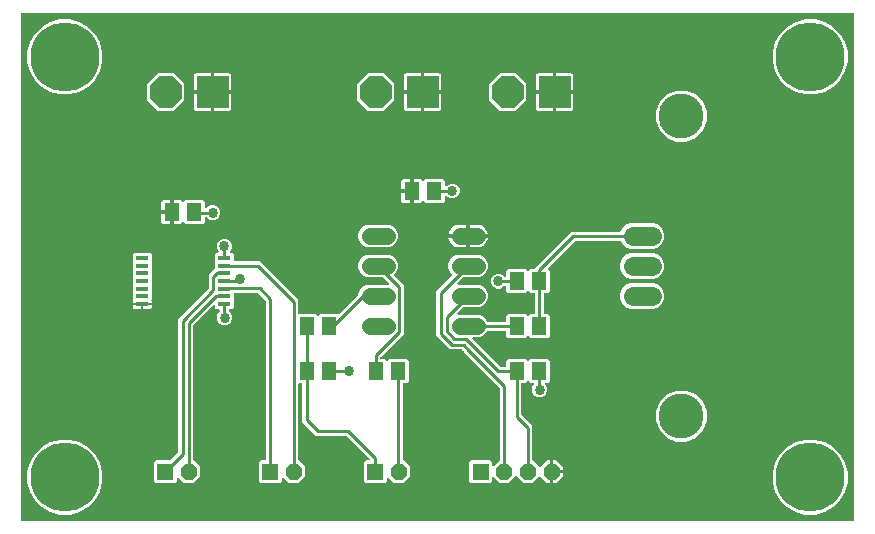
<source format=gbr>
G04 EAGLE Gerber RS-274X export*
G75*
%MOMM*%
%FSLAX34Y34*%
%LPD*%
%INTop Copper*%
%IPPOS*%
%AMOC8*
5,1,8,0,0,1.08239X$1,22.5*%
G01*
%ADD10C,1.422400*%
%ADD11R,1.100000X0.400000*%
%ADD12R,2.667000X2.667000*%
%ADD13P,2.886734X8X292.500000*%
%ADD14R,1.422400X1.422400*%
%ADD15P,1.539592X8X112.500000*%
%ADD16C,1.625600*%
%ADD17R,1.300000X1.500000*%
%ADD18C,5.842000*%
%ADD19C,1.009600*%
%ADD20C,3.810000*%
%ADD21C,0.254000*%
%ADD22C,0.858000*%

G36*
X707464Y2798D02*
X707464Y2798D01*
X707483Y2796D01*
X707585Y2818D01*
X707687Y2834D01*
X707704Y2844D01*
X707724Y2848D01*
X707813Y2901D01*
X707904Y2950D01*
X707918Y2964D01*
X707935Y2974D01*
X708002Y3053D01*
X708074Y3128D01*
X708082Y3146D01*
X708095Y3161D01*
X708134Y3257D01*
X708177Y3351D01*
X708179Y3371D01*
X708187Y3389D01*
X708205Y3556D01*
X708205Y432444D01*
X708202Y432464D01*
X708204Y432483D01*
X708182Y432585D01*
X708166Y432687D01*
X708156Y432704D01*
X708152Y432724D01*
X708099Y432813D01*
X708050Y432904D01*
X708036Y432918D01*
X708026Y432935D01*
X707947Y433002D01*
X707872Y433074D01*
X707854Y433082D01*
X707839Y433095D01*
X707743Y433134D01*
X707649Y433177D01*
X707629Y433179D01*
X707611Y433187D01*
X707444Y433205D01*
X3556Y433205D01*
X3536Y433202D01*
X3517Y433204D01*
X3415Y433182D01*
X3313Y433166D01*
X3296Y433156D01*
X3276Y433152D01*
X3187Y433099D01*
X3096Y433050D01*
X3082Y433036D01*
X3065Y433026D01*
X2998Y432947D01*
X2926Y432872D01*
X2918Y432854D01*
X2905Y432839D01*
X2866Y432743D01*
X2823Y432649D01*
X2821Y432629D01*
X2813Y432611D01*
X2795Y432444D01*
X2795Y3556D01*
X2798Y3536D01*
X2796Y3517D01*
X2818Y3415D01*
X2834Y3313D01*
X2844Y3296D01*
X2848Y3276D01*
X2901Y3187D01*
X2950Y3096D01*
X2964Y3082D01*
X2974Y3065D01*
X3053Y2998D01*
X3128Y2926D01*
X3146Y2918D01*
X3161Y2905D01*
X3257Y2866D01*
X3351Y2823D01*
X3371Y2821D01*
X3389Y2813D01*
X3556Y2795D01*
X707444Y2795D01*
X707464Y2798D01*
G37*
%LPC*%
G36*
X116956Y35257D02*
X116956Y35257D01*
X115467Y36746D01*
X115467Y53074D01*
X116956Y54563D01*
X129068Y54563D01*
X129158Y54577D01*
X129249Y54585D01*
X129279Y54597D01*
X129311Y54602D01*
X129392Y54645D01*
X129476Y54681D01*
X129508Y54707D01*
X129528Y54718D01*
X129551Y54741D01*
X129606Y54786D01*
X136006Y61186D01*
X136059Y61259D01*
X136119Y61329D01*
X136131Y61359D01*
X136150Y61385D01*
X136177Y61472D01*
X136211Y61557D01*
X136215Y61598D01*
X136222Y61620D01*
X136221Y61653D01*
X136229Y61724D01*
X136229Y174203D01*
X161606Y199580D01*
X161659Y199654D01*
X161719Y199723D01*
X161731Y199753D01*
X161750Y199780D01*
X161777Y199866D01*
X161811Y199951D01*
X161815Y199992D01*
X161822Y200015D01*
X161821Y200047D01*
X161829Y200118D01*
X161829Y211357D01*
X166686Y216214D01*
X166739Y216288D01*
X166799Y216357D01*
X166811Y216387D01*
X166830Y216413D01*
X166857Y216500D01*
X166891Y216585D01*
X166895Y216626D01*
X166902Y216648D01*
X166901Y216681D01*
X166909Y216752D01*
X166909Y228752D01*
X168398Y230241D01*
X169642Y230241D01*
X169712Y230252D01*
X169784Y230254D01*
X169833Y230272D01*
X169885Y230280D01*
X169948Y230314D01*
X170015Y230339D01*
X170056Y230371D01*
X170102Y230396D01*
X170151Y230447D01*
X170207Y230492D01*
X170235Y230536D01*
X170271Y230574D01*
X170301Y230639D01*
X170340Y230699D01*
X170353Y230750D01*
X170375Y230797D01*
X170383Y230868D01*
X170400Y230938D01*
X170396Y230990D01*
X170402Y231041D01*
X170387Y231112D01*
X170381Y231183D01*
X170361Y231231D01*
X170350Y231282D01*
X170313Y231343D01*
X170285Y231409D01*
X170240Y231465D01*
X170224Y231493D01*
X170206Y231508D01*
X170180Y231540D01*
X169638Y232082D01*
X168675Y234406D01*
X168675Y236922D01*
X169638Y239246D01*
X171416Y241024D01*
X173740Y241987D01*
X176256Y241987D01*
X178580Y241024D01*
X180358Y239246D01*
X181321Y236922D01*
X181321Y234406D01*
X180358Y232082D01*
X179816Y231540D01*
X179774Y231482D01*
X179725Y231430D01*
X179703Y231383D01*
X179672Y231341D01*
X179651Y231272D01*
X179621Y231207D01*
X179615Y231155D01*
X179600Y231105D01*
X179602Y231034D01*
X179594Y230963D01*
X179605Y230912D01*
X179606Y230860D01*
X179631Y230792D01*
X179646Y230722D01*
X179673Y230677D01*
X179691Y230629D01*
X179736Y230573D01*
X179772Y230511D01*
X179812Y230477D01*
X179845Y230437D01*
X179905Y230398D01*
X179959Y230351D01*
X180008Y230332D01*
X180051Y230304D01*
X180121Y230286D01*
X180188Y230259D01*
X180259Y230251D01*
X180290Y230243D01*
X180313Y230245D01*
X180354Y230241D01*
X181502Y230241D01*
X182991Y228752D01*
X182991Y223772D01*
X182994Y223752D01*
X182992Y223733D01*
X183014Y223631D01*
X183030Y223529D01*
X183040Y223512D01*
X183044Y223492D01*
X183097Y223403D01*
X183146Y223312D01*
X183160Y223298D01*
X183170Y223281D01*
X183249Y223214D01*
X183324Y223142D01*
X183342Y223134D01*
X183357Y223121D01*
X183453Y223082D01*
X183547Y223039D01*
X183567Y223037D01*
X183585Y223029D01*
X183752Y223011D01*
X204978Y223011D01*
X237831Y190158D01*
X237831Y178902D01*
X237834Y178882D01*
X237832Y178863D01*
X237854Y178761D01*
X237870Y178659D01*
X237880Y178642D01*
X237884Y178622D01*
X237937Y178533D01*
X237986Y178442D01*
X238000Y178428D01*
X238010Y178411D01*
X238089Y178344D01*
X238164Y178272D01*
X238182Y178264D01*
X238197Y178251D01*
X238293Y178212D01*
X238387Y178169D01*
X238407Y178167D01*
X238425Y178159D01*
X238592Y178141D01*
X252552Y178141D01*
X253962Y176731D01*
X253978Y176720D01*
X253990Y176704D01*
X254078Y176648D01*
X254161Y176588D01*
X254180Y176582D01*
X254197Y176571D01*
X254298Y176546D01*
X254397Y176516D01*
X254416Y176516D01*
X254436Y176511D01*
X254539Y176519D01*
X254642Y176522D01*
X254661Y176529D01*
X254681Y176530D01*
X254776Y176571D01*
X254873Y176606D01*
X254889Y176619D01*
X254907Y176627D01*
X255038Y176731D01*
X256448Y178141D01*
X271536Y178141D01*
X271626Y178155D01*
X271717Y178163D01*
X271747Y178175D01*
X271779Y178180D01*
X271860Y178223D01*
X271944Y178259D01*
X271976Y178285D01*
X271996Y178296D01*
X272019Y178319D01*
X272075Y178364D01*
X288312Y194602D01*
X288365Y194675D01*
X288425Y194745D01*
X288437Y194775D01*
X288456Y194801D01*
X288483Y194888D01*
X288517Y194973D01*
X288521Y195014D01*
X288528Y195036D01*
X288527Y195069D01*
X288535Y195140D01*
X288535Y195420D01*
X290005Y198968D01*
X292720Y201683D01*
X296268Y203153D01*
X313820Y203153D01*
X313891Y203164D01*
X313963Y203166D01*
X314012Y203184D01*
X314063Y203192D01*
X314126Y203226D01*
X314194Y203251D01*
X314234Y203283D01*
X314280Y203308D01*
X314330Y203360D01*
X314386Y203404D01*
X314414Y203448D01*
X314450Y203486D01*
X314480Y203551D01*
X314519Y203611D01*
X314531Y203662D01*
X314553Y203709D01*
X314561Y203780D01*
X314579Y203850D01*
X314575Y203902D01*
X314580Y203953D01*
X314565Y204024D01*
X314560Y204095D01*
X314539Y204143D01*
X314528Y204194D01*
X314491Y204255D01*
X314463Y204321D01*
X314419Y204377D01*
X314402Y204405D01*
X314384Y204420D01*
X314359Y204452D01*
X309786Y209024D01*
X309712Y209077D01*
X309643Y209137D01*
X309613Y209149D01*
X309587Y209168D01*
X309500Y209195D01*
X309415Y209229D01*
X309374Y209233D01*
X309352Y209240D01*
X309319Y209239D01*
X309248Y209247D01*
X296268Y209247D01*
X292720Y210717D01*
X290005Y213432D01*
X288535Y216980D01*
X288535Y220820D01*
X290005Y224368D01*
X292720Y227083D01*
X296268Y228553D01*
X314332Y228553D01*
X317880Y227083D01*
X320595Y224368D01*
X322065Y220820D01*
X322065Y216980D01*
X320595Y213432D01*
X318914Y211751D01*
X318903Y211735D01*
X318887Y211723D01*
X318831Y211636D01*
X318771Y211552D01*
X318765Y211533D01*
X318754Y211516D01*
X318729Y211415D01*
X318698Y211317D01*
X318699Y211297D01*
X318694Y211277D01*
X318702Y211174D01*
X318705Y211071D01*
X318712Y211052D01*
X318713Y211032D01*
X318754Y210937D01*
X318789Y210840D01*
X318802Y210824D01*
X318810Y210806D01*
X318914Y210675D01*
X327145Y202444D01*
X327145Y161736D01*
X307454Y142044D01*
X307401Y141971D01*
X307341Y141901D01*
X307329Y141871D01*
X307310Y141845D01*
X307283Y141758D01*
X307249Y141673D01*
X307245Y141632D01*
X307238Y141610D01*
X307239Y141577D01*
X307231Y141506D01*
X307231Y140802D01*
X307234Y140782D01*
X307232Y140763D01*
X307254Y140661D01*
X307270Y140559D01*
X307280Y140542D01*
X307284Y140522D01*
X307337Y140433D01*
X307386Y140342D01*
X307400Y140328D01*
X307410Y140311D01*
X307489Y140244D01*
X307564Y140172D01*
X307582Y140164D01*
X307597Y140151D01*
X307693Y140112D01*
X307787Y140069D01*
X307807Y140067D01*
X307825Y140059D01*
X307992Y140041D01*
X310972Y140041D01*
X312382Y138631D01*
X312398Y138620D01*
X312410Y138604D01*
X312498Y138548D01*
X312581Y138488D01*
X312600Y138482D01*
X312617Y138471D01*
X312718Y138446D01*
X312817Y138416D01*
X312836Y138416D01*
X312856Y138411D01*
X312959Y138419D01*
X313062Y138422D01*
X313081Y138429D01*
X313101Y138430D01*
X313196Y138471D01*
X313293Y138506D01*
X313309Y138519D01*
X313327Y138527D01*
X313458Y138631D01*
X314868Y140041D01*
X329972Y140041D01*
X331461Y138552D01*
X331461Y121448D01*
X329972Y119959D01*
X326992Y119959D01*
X326972Y119956D01*
X326953Y119958D01*
X326851Y119936D01*
X326749Y119920D01*
X326732Y119910D01*
X326712Y119906D01*
X326623Y119853D01*
X326532Y119804D01*
X326518Y119790D01*
X326501Y119780D01*
X326434Y119701D01*
X326362Y119626D01*
X326354Y119608D01*
X326341Y119593D01*
X326302Y119497D01*
X326259Y119403D01*
X326257Y119383D01*
X326249Y119365D01*
X326231Y119198D01*
X326231Y55324D01*
X326234Y55304D01*
X326232Y55285D01*
X326254Y55183D01*
X326270Y55081D01*
X326280Y55064D01*
X326284Y55044D01*
X326337Y54955D01*
X326386Y54864D01*
X326400Y54850D01*
X326410Y54833D01*
X326489Y54766D01*
X326564Y54694D01*
X326582Y54686D01*
X326597Y54673D01*
X326693Y54634D01*
X326787Y54591D01*
X326807Y54589D01*
X326825Y54581D01*
X326909Y54572D01*
X332573Y48908D01*
X332573Y40912D01*
X326918Y35257D01*
X318922Y35257D01*
X313872Y40307D01*
X313814Y40349D01*
X313762Y40398D01*
X313715Y40420D01*
X313673Y40450D01*
X313604Y40471D01*
X313539Y40502D01*
X313487Y40507D01*
X313437Y40523D01*
X313366Y40521D01*
X313295Y40529D01*
X313244Y40518D01*
X313192Y40516D01*
X313124Y40492D01*
X313054Y40476D01*
X313009Y40450D01*
X312961Y40432D01*
X312905Y40387D01*
X312843Y40350D01*
X312809Y40311D01*
X312769Y40278D01*
X312730Y40218D01*
X312683Y40163D01*
X312664Y40115D01*
X312636Y40071D01*
X312618Y40002D01*
X312591Y39935D01*
X312583Y39864D01*
X312575Y39833D01*
X312577Y39809D01*
X312573Y39768D01*
X312573Y36746D01*
X311084Y35257D01*
X294756Y35257D01*
X293267Y36746D01*
X293267Y53074D01*
X294756Y54563D01*
X297310Y54563D01*
X297381Y54574D01*
X297453Y54576D01*
X297502Y54594D01*
X297553Y54602D01*
X297616Y54636D01*
X297684Y54661D01*
X297724Y54693D01*
X297770Y54718D01*
X297820Y54770D01*
X297876Y54814D01*
X297904Y54858D01*
X297940Y54896D01*
X297970Y54961D01*
X298009Y55021D01*
X298021Y55072D01*
X298043Y55119D01*
X298051Y55190D01*
X298069Y55260D01*
X298065Y55312D01*
X298070Y55363D01*
X298055Y55434D01*
X298050Y55505D01*
X298029Y55553D01*
X298018Y55604D01*
X297981Y55665D01*
X297953Y55731D01*
X297909Y55787D01*
X297892Y55815D01*
X297874Y55830D01*
X297849Y55862D01*
X278544Y75166D01*
X278471Y75219D01*
X278401Y75279D01*
X278371Y75291D01*
X278345Y75310D01*
X278258Y75337D01*
X278173Y75371D01*
X278132Y75375D01*
X278110Y75382D01*
X278077Y75381D01*
X278006Y75389D01*
X252922Y75389D01*
X241189Y87122D01*
X241189Y119198D01*
X241186Y119218D01*
X241188Y119237D01*
X241166Y119339D01*
X241150Y119441D01*
X241140Y119458D01*
X241136Y119478D01*
X241083Y119567D01*
X241034Y119658D01*
X241020Y119672D01*
X241010Y119689D01*
X240931Y119756D01*
X240856Y119828D01*
X240838Y119836D01*
X240823Y119849D01*
X240727Y119888D01*
X240633Y119931D01*
X240613Y119933D01*
X240595Y119941D01*
X240428Y119959D01*
X238592Y119959D01*
X238572Y119956D01*
X238553Y119958D01*
X238451Y119936D01*
X238349Y119920D01*
X238332Y119910D01*
X238312Y119906D01*
X238223Y119853D01*
X238132Y119804D01*
X238118Y119790D01*
X238101Y119780D01*
X238034Y119701D01*
X237962Y119626D01*
X237954Y119608D01*
X237941Y119593D01*
X237902Y119497D01*
X237859Y119403D01*
X237857Y119383D01*
X237849Y119365D01*
X237831Y119198D01*
X237831Y55066D01*
X237845Y54975D01*
X237853Y54885D01*
X237865Y54855D01*
X237870Y54823D01*
X237913Y54742D01*
X237949Y54658D01*
X237975Y54626D01*
X237986Y54605D01*
X238009Y54583D01*
X238054Y54527D01*
X243673Y48908D01*
X243673Y40912D01*
X238018Y35257D01*
X230022Y35257D01*
X224972Y40307D01*
X224914Y40349D01*
X224862Y40398D01*
X224815Y40420D01*
X224773Y40450D01*
X224704Y40471D01*
X224639Y40502D01*
X224587Y40507D01*
X224537Y40523D01*
X224466Y40521D01*
X224395Y40529D01*
X224344Y40518D01*
X224292Y40516D01*
X224224Y40492D01*
X224154Y40476D01*
X224109Y40450D01*
X224061Y40432D01*
X224005Y40387D01*
X223943Y40350D01*
X223909Y40311D01*
X223869Y40278D01*
X223830Y40218D01*
X223783Y40163D01*
X223764Y40115D01*
X223736Y40071D01*
X223718Y40002D01*
X223691Y39935D01*
X223683Y39864D01*
X223675Y39833D01*
X223677Y39809D01*
X223673Y39768D01*
X223673Y36746D01*
X222184Y35257D01*
X205856Y35257D01*
X204367Y36746D01*
X204367Y53074D01*
X205856Y54563D01*
X209448Y54563D01*
X209468Y54566D01*
X209487Y54564D01*
X209589Y54586D01*
X209691Y54602D01*
X209708Y54612D01*
X209728Y54616D01*
X209817Y54669D01*
X209908Y54718D01*
X209922Y54732D01*
X209939Y54742D01*
X210006Y54821D01*
X210078Y54896D01*
X210086Y54914D01*
X210099Y54929D01*
X210138Y55025D01*
X210181Y55119D01*
X210183Y55139D01*
X210191Y55157D01*
X210209Y55324D01*
X210209Y189160D01*
X210195Y189250D01*
X210187Y189341D01*
X210175Y189371D01*
X210170Y189403D01*
X210127Y189484D01*
X210091Y189568D01*
X210065Y189600D01*
X210054Y189620D01*
X210031Y189643D01*
X209986Y189698D01*
X203614Y196070D01*
X203541Y196123D01*
X203471Y196183D01*
X203441Y196195D01*
X203415Y196214D01*
X203328Y196241D01*
X203243Y196275D01*
X203202Y196279D01*
X203180Y196286D01*
X203147Y196285D01*
X203076Y196293D01*
X183752Y196293D01*
X183732Y196290D01*
X183713Y196292D01*
X183611Y196270D01*
X183509Y196254D01*
X183492Y196244D01*
X183472Y196240D01*
X183383Y196187D01*
X183292Y196138D01*
X183278Y196124D01*
X183261Y196114D01*
X183194Y196035D01*
X183122Y195960D01*
X183114Y195942D01*
X183101Y195927D01*
X183062Y195831D01*
X183019Y195737D01*
X183017Y195717D01*
X183009Y195699D01*
X182991Y195532D01*
X182991Y183648D01*
X181502Y182159D01*
X179522Y182159D01*
X179502Y182156D01*
X179483Y182158D01*
X179381Y182136D01*
X179279Y182120D01*
X179262Y182110D01*
X179242Y182106D01*
X179153Y182053D01*
X179062Y182004D01*
X179048Y181990D01*
X179031Y181980D01*
X178964Y181901D01*
X178892Y181826D01*
X178884Y181808D01*
X178871Y181793D01*
X178832Y181697D01*
X178789Y181603D01*
X178787Y181583D01*
X178779Y181565D01*
X178761Y181398D01*
X178761Y181016D01*
X178775Y180926D01*
X178783Y180835D01*
X178795Y180806D01*
X178800Y180774D01*
X178843Y180693D01*
X178879Y180609D01*
X178905Y180577D01*
X178916Y180556D01*
X178939Y180534D01*
X178984Y180478D01*
X180620Y178842D01*
X181583Y176518D01*
X181583Y174002D01*
X180620Y171678D01*
X178842Y169900D01*
X176518Y168937D01*
X174002Y168937D01*
X171678Y169900D01*
X169900Y171678D01*
X168937Y174002D01*
X168937Y176518D01*
X169900Y178842D01*
X170916Y179858D01*
X170969Y179932D01*
X171029Y180001D01*
X171041Y180032D01*
X171060Y180058D01*
X171087Y180145D01*
X171121Y180230D01*
X171125Y180271D01*
X171132Y180293D01*
X171131Y180325D01*
X171139Y180396D01*
X171139Y181398D01*
X171136Y181418D01*
X171138Y181437D01*
X171116Y181539D01*
X171100Y181641D01*
X171090Y181658D01*
X171086Y181678D01*
X171033Y181767D01*
X170984Y181858D01*
X170970Y181872D01*
X170960Y181889D01*
X170881Y181956D01*
X170806Y182028D01*
X170788Y182036D01*
X170773Y182049D01*
X170677Y182088D01*
X170583Y182131D01*
X170563Y182133D01*
X170545Y182141D01*
X170378Y182159D01*
X168398Y182159D01*
X166909Y183648D01*
X166909Y185082D01*
X166898Y185153D01*
X166896Y185225D01*
X166878Y185274D01*
X166870Y185325D01*
X166836Y185388D01*
X166811Y185456D01*
X166779Y185496D01*
X166754Y185542D01*
X166702Y185592D01*
X166658Y185648D01*
X166614Y185676D01*
X166576Y185712D01*
X166511Y185742D01*
X166451Y185781D01*
X166400Y185793D01*
X166353Y185815D01*
X166282Y185823D01*
X166212Y185841D01*
X166160Y185837D01*
X166109Y185842D01*
X166038Y185827D01*
X165967Y185822D01*
X165919Y185801D01*
X165868Y185790D01*
X165807Y185753D01*
X165741Y185725D01*
X165685Y185681D01*
X165657Y185664D01*
X165642Y185646D01*
X165610Y185621D01*
X149154Y169164D01*
X149101Y169091D01*
X149041Y169021D01*
X149029Y168991D01*
X149010Y168965D01*
X148983Y168878D01*
X148949Y168793D01*
X148945Y168752D01*
X148938Y168730D01*
X148939Y168697D01*
X148931Y168626D01*
X148931Y55066D01*
X148945Y54975D01*
X148953Y54885D01*
X148965Y54855D01*
X148970Y54823D01*
X149013Y54742D01*
X149049Y54658D01*
X149075Y54626D01*
X149086Y54605D01*
X149109Y54583D01*
X149154Y54527D01*
X154773Y48908D01*
X154773Y40912D01*
X149118Y35257D01*
X141122Y35257D01*
X136072Y40307D01*
X136014Y40349D01*
X135962Y40398D01*
X135915Y40420D01*
X135873Y40450D01*
X135804Y40471D01*
X135739Y40502D01*
X135687Y40507D01*
X135637Y40523D01*
X135566Y40521D01*
X135495Y40529D01*
X135444Y40518D01*
X135392Y40516D01*
X135324Y40492D01*
X135254Y40476D01*
X135209Y40450D01*
X135161Y40432D01*
X135105Y40387D01*
X135043Y40350D01*
X135009Y40311D01*
X134969Y40278D01*
X134930Y40218D01*
X134883Y40163D01*
X134864Y40115D01*
X134836Y40071D01*
X134818Y40002D01*
X134791Y39935D01*
X134783Y39864D01*
X134775Y39833D01*
X134777Y39809D01*
X134773Y39768D01*
X134773Y36746D01*
X133284Y35257D01*
X116956Y35257D01*
G37*
%LPD*%
%LPC*%
G36*
X448142Y35257D02*
X448142Y35257D01*
X442678Y40721D01*
X442662Y40732D01*
X442650Y40748D01*
X442562Y40804D01*
X442479Y40864D01*
X442460Y40870D01*
X442443Y40881D01*
X442342Y40906D01*
X442243Y40937D01*
X442224Y40936D01*
X442204Y40941D01*
X442101Y40933D01*
X441998Y40930D01*
X441979Y40923D01*
X441959Y40922D01*
X441864Y40882D01*
X441767Y40846D01*
X441751Y40833D01*
X441733Y40826D01*
X441602Y40721D01*
X436138Y35257D01*
X428142Y35257D01*
X422678Y40721D01*
X422662Y40732D01*
X422650Y40748D01*
X422562Y40804D01*
X422479Y40864D01*
X422460Y40870D01*
X422443Y40881D01*
X422342Y40906D01*
X422243Y40937D01*
X422224Y40936D01*
X422204Y40941D01*
X422101Y40933D01*
X421998Y40930D01*
X421979Y40923D01*
X421959Y40922D01*
X421864Y40882D01*
X421767Y40846D01*
X421751Y40833D01*
X421733Y40826D01*
X421602Y40721D01*
X416138Y35257D01*
X408142Y35257D01*
X403092Y40307D01*
X403034Y40349D01*
X402982Y40398D01*
X402935Y40420D01*
X402893Y40450D01*
X402824Y40471D01*
X402759Y40502D01*
X402707Y40507D01*
X402657Y40523D01*
X402586Y40521D01*
X402515Y40529D01*
X402464Y40518D01*
X402412Y40516D01*
X402344Y40492D01*
X402274Y40476D01*
X402229Y40450D01*
X402181Y40432D01*
X402125Y40387D01*
X402063Y40350D01*
X402029Y40311D01*
X401989Y40278D01*
X401950Y40218D01*
X401903Y40163D01*
X401884Y40115D01*
X401856Y40071D01*
X401838Y40002D01*
X401811Y39935D01*
X401803Y39864D01*
X401795Y39833D01*
X401797Y39809D01*
X401793Y39768D01*
X401793Y36746D01*
X400304Y35257D01*
X383976Y35257D01*
X382487Y36746D01*
X382487Y53074D01*
X383976Y54563D01*
X400304Y54563D01*
X401793Y53074D01*
X401793Y50052D01*
X401804Y49981D01*
X401806Y49909D01*
X401824Y49860D01*
X401832Y49809D01*
X401866Y49746D01*
X401891Y49678D01*
X401923Y49637D01*
X401948Y49591D01*
X401999Y49542D01*
X402044Y49486D01*
X402088Y49458D01*
X402126Y49422D01*
X402191Y49392D01*
X402251Y49353D01*
X402302Y49340D01*
X402349Y49318D01*
X402420Y49311D01*
X402490Y49293D01*
X402542Y49297D01*
X402593Y49291D01*
X402664Y49307D01*
X402735Y49312D01*
X402783Y49332D01*
X402834Y49344D01*
X402895Y49380D01*
X402961Y49408D01*
X403017Y49453D01*
X403045Y49470D01*
X403060Y49488D01*
X403092Y49513D01*
X408106Y54527D01*
X408159Y54601D01*
X408219Y54671D01*
X408231Y54701D01*
X408250Y54727D01*
X408277Y54814D01*
X408311Y54899D01*
X408315Y54940D01*
X408322Y54962D01*
X408321Y54994D01*
X408329Y55066D01*
X408329Y115406D01*
X408315Y115496D01*
X408307Y115587D01*
X408295Y115617D01*
X408290Y115649D01*
X408247Y115730D01*
X408211Y115814D01*
X408185Y115846D01*
X408174Y115866D01*
X408151Y115889D01*
X408106Y115944D01*
X377682Y146369D01*
X377675Y146412D01*
X377667Y146503D01*
X377655Y146533D01*
X377650Y146565D01*
X377607Y146645D01*
X377571Y146729D01*
X377545Y146761D01*
X377534Y146782D01*
X377511Y146804D01*
X377466Y146860D01*
X376262Y148064D01*
X376188Y148117D01*
X376119Y148177D01*
X376089Y148189D01*
X376062Y148208D01*
X375976Y148235D01*
X375891Y148269D01*
X375850Y148273D01*
X375827Y148280D01*
X375795Y148279D01*
X375724Y148287D01*
X366181Y148287D01*
X354575Y159893D01*
X354575Y197364D01*
X367886Y210675D01*
X367897Y210691D01*
X367913Y210703D01*
X367969Y210791D01*
X368029Y210875D01*
X368035Y210894D01*
X368046Y210910D01*
X368071Y211011D01*
X368102Y211110D01*
X368101Y211130D01*
X368106Y211149D01*
X368098Y211252D01*
X368095Y211356D01*
X368088Y211374D01*
X368087Y211394D01*
X368046Y211489D01*
X368011Y211587D01*
X367998Y211602D01*
X367990Y211620D01*
X367886Y211751D01*
X366205Y213432D01*
X364735Y216980D01*
X364735Y220820D01*
X366205Y224368D01*
X368920Y227083D01*
X372468Y228553D01*
X390532Y228553D01*
X394080Y227083D01*
X396795Y224368D01*
X398265Y220820D01*
X398265Y216980D01*
X396795Y213432D01*
X394080Y210717D01*
X390532Y209247D01*
X377552Y209247D01*
X377462Y209233D01*
X377371Y209225D01*
X377341Y209213D01*
X377309Y209208D01*
X377228Y209165D01*
X377144Y209129D01*
X377112Y209103D01*
X377092Y209092D01*
X377069Y209069D01*
X377014Y209024D01*
X372441Y204452D01*
X372400Y204394D01*
X372350Y204342D01*
X372328Y204295D01*
X372298Y204253D01*
X372277Y204184D01*
X372247Y204119D01*
X372241Y204067D01*
X372226Y204017D01*
X372227Y203946D01*
X372220Y203875D01*
X372231Y203824D01*
X372232Y203772D01*
X372257Y203704D01*
X372272Y203634D01*
X372298Y203589D01*
X372316Y203541D01*
X372361Y203485D01*
X372398Y203423D01*
X372438Y203389D01*
X372470Y203349D01*
X372530Y203310D01*
X372585Y203263D01*
X372633Y203244D01*
X372677Y203216D01*
X372746Y203198D01*
X372813Y203171D01*
X372884Y203163D01*
X372916Y203155D01*
X372939Y203157D01*
X372980Y203153D01*
X390532Y203153D01*
X394080Y201683D01*
X396795Y198968D01*
X398265Y195420D01*
X398265Y191580D01*
X396795Y188032D01*
X394080Y185317D01*
X390532Y183847D01*
X377552Y183847D01*
X377462Y183833D01*
X377371Y183825D01*
X377341Y183813D01*
X377309Y183808D01*
X377228Y183765D01*
X377144Y183729D01*
X377112Y183703D01*
X377092Y183692D01*
X377069Y183669D01*
X377013Y183624D01*
X372441Y179052D01*
X372400Y178994D01*
X372350Y178942D01*
X372328Y178895D01*
X372298Y178853D01*
X372277Y178784D01*
X372247Y178719D01*
X372241Y178667D01*
X372226Y178617D01*
X372227Y178546D01*
X372220Y178475D01*
X372231Y178424D01*
X372232Y178372D01*
X372257Y178304D01*
X372272Y178234D01*
X372298Y178190D01*
X372316Y178141D01*
X372361Y178085D01*
X372398Y178023D01*
X372438Y177989D01*
X372470Y177949D01*
X372530Y177910D01*
X372585Y177863D01*
X372633Y177844D01*
X372677Y177816D01*
X372746Y177798D01*
X372813Y177771D01*
X372884Y177763D01*
X372916Y177755D01*
X372939Y177757D01*
X372980Y177753D01*
X390532Y177753D01*
X394080Y176283D01*
X396795Y173568D01*
X397287Y172381D01*
X397348Y172281D01*
X397408Y172181D01*
X397413Y172177D01*
X397417Y172172D01*
X397506Y172097D01*
X397595Y172021D01*
X397601Y172019D01*
X397606Y172015D01*
X397714Y171973D01*
X397824Y171929D01*
X397831Y171928D01*
X397836Y171927D01*
X397854Y171926D01*
X397990Y171911D01*
X412998Y171911D01*
X413018Y171914D01*
X413037Y171912D01*
X413139Y171934D01*
X413241Y171950D01*
X413258Y171960D01*
X413278Y171964D01*
X413367Y172017D01*
X413458Y172066D01*
X413472Y172080D01*
X413489Y172090D01*
X413556Y172169D01*
X413628Y172244D01*
X413636Y172262D01*
X413649Y172277D01*
X413688Y172373D01*
X413731Y172467D01*
X413733Y172487D01*
X413741Y172505D01*
X413759Y172672D01*
X413759Y176652D01*
X415248Y178141D01*
X430352Y178141D01*
X431762Y176731D01*
X431778Y176720D01*
X431790Y176704D01*
X431878Y176648D01*
X431961Y176588D01*
X431980Y176582D01*
X431997Y176571D01*
X432098Y176546D01*
X432197Y176516D01*
X432216Y176516D01*
X432236Y176511D01*
X432339Y176519D01*
X432442Y176522D01*
X432461Y176529D01*
X432481Y176530D01*
X432576Y176571D01*
X432673Y176606D01*
X432689Y176619D01*
X432707Y176627D01*
X432838Y176731D01*
X434248Y178141D01*
X437228Y178141D01*
X437248Y178144D01*
X437267Y178142D01*
X437369Y178164D01*
X437471Y178180D01*
X437488Y178190D01*
X437508Y178194D01*
X437597Y178247D01*
X437688Y178296D01*
X437702Y178310D01*
X437719Y178320D01*
X437786Y178399D01*
X437858Y178474D01*
X437866Y178492D01*
X437879Y178507D01*
X437918Y178603D01*
X437961Y178697D01*
X437963Y178717D01*
X437971Y178735D01*
X437989Y178902D01*
X437989Y195398D01*
X437987Y195415D01*
X437988Y195430D01*
X437988Y195433D01*
X437988Y195437D01*
X437966Y195539D01*
X437950Y195641D01*
X437940Y195658D01*
X437936Y195678D01*
X437883Y195767D01*
X437834Y195858D01*
X437820Y195872D01*
X437810Y195889D01*
X437731Y195956D01*
X437656Y196028D01*
X437638Y196036D01*
X437623Y196049D01*
X437527Y196088D01*
X437433Y196131D01*
X437413Y196133D01*
X437395Y196141D01*
X437228Y196159D01*
X434248Y196159D01*
X432838Y197569D01*
X432822Y197580D01*
X432810Y197596D01*
X432722Y197652D01*
X432639Y197712D01*
X432620Y197718D01*
X432603Y197729D01*
X432502Y197754D01*
X432403Y197784D01*
X432384Y197784D01*
X432364Y197789D01*
X432261Y197781D01*
X432158Y197778D01*
X432139Y197771D01*
X432119Y197770D01*
X432024Y197729D01*
X431927Y197694D01*
X431911Y197681D01*
X431893Y197673D01*
X431762Y197569D01*
X430352Y196159D01*
X415248Y196159D01*
X413759Y197648D01*
X413759Y201628D01*
X413756Y201648D01*
X413758Y201667D01*
X413736Y201769D01*
X413720Y201871D01*
X413710Y201888D01*
X413706Y201908D01*
X413653Y201997D01*
X413604Y202088D01*
X413590Y202102D01*
X413580Y202119D01*
X413501Y202186D01*
X413426Y202258D01*
X413408Y202266D01*
X413393Y202279D01*
X413297Y202318D01*
X413203Y202361D01*
X413183Y202363D01*
X413165Y202371D01*
X412998Y202389D01*
X412346Y202389D01*
X412256Y202375D01*
X412165Y202367D01*
X412136Y202355D01*
X412104Y202350D01*
X412023Y202307D01*
X411939Y202271D01*
X411907Y202245D01*
X411886Y202234D01*
X411864Y202211D01*
X411808Y202166D01*
X410482Y200840D01*
X408158Y199877D01*
X405642Y199877D01*
X403318Y200840D01*
X401540Y202618D01*
X400577Y204942D01*
X400577Y207458D01*
X401540Y209782D01*
X403318Y211560D01*
X405642Y212523D01*
X408158Y212523D01*
X410482Y211560D01*
X411808Y210234D01*
X411882Y210181D01*
X411951Y210121D01*
X411982Y210109D01*
X412008Y210090D01*
X412095Y210063D01*
X412180Y210029D01*
X412221Y210025D01*
X412243Y210018D01*
X412275Y210019D01*
X412346Y210011D01*
X412998Y210011D01*
X413018Y210014D01*
X413037Y210012D01*
X413139Y210034D01*
X413241Y210050D01*
X413258Y210060D01*
X413278Y210064D01*
X413367Y210117D01*
X413458Y210166D01*
X413472Y210180D01*
X413489Y210190D01*
X413556Y210269D01*
X413628Y210344D01*
X413636Y210362D01*
X413649Y210377D01*
X413688Y210473D01*
X413731Y210567D01*
X413733Y210587D01*
X413741Y210605D01*
X413759Y210772D01*
X413759Y214752D01*
X415248Y216241D01*
X430352Y216241D01*
X431762Y214831D01*
X431778Y214820D01*
X431790Y214804D01*
X431878Y214748D01*
X431961Y214688D01*
X431980Y214682D01*
X431997Y214671D01*
X432098Y214646D01*
X432197Y214616D01*
X432216Y214616D01*
X432236Y214611D01*
X432339Y214619D01*
X432442Y214622D01*
X432461Y214629D01*
X432481Y214630D01*
X432576Y214671D01*
X432673Y214706D01*
X432689Y214719D01*
X432707Y214727D01*
X432838Y214831D01*
X434248Y216241D01*
X437228Y216241D01*
X437248Y216244D01*
X437267Y216242D01*
X437369Y216264D01*
X437471Y216280D01*
X437488Y216290D01*
X437508Y216294D01*
X437597Y216347D01*
X437688Y216396D01*
X437702Y216410D01*
X437719Y216420D01*
X437786Y216499D01*
X437858Y216574D01*
X437866Y216592D01*
X437879Y216607D01*
X437918Y216703D01*
X437961Y216797D01*
X437963Y216817D01*
X437971Y216835D01*
X437989Y217002D01*
X437989Y217278D01*
X468822Y248111D01*
X510214Y248111D01*
X510329Y248130D01*
X510445Y248147D01*
X510451Y248149D01*
X510457Y248150D01*
X510559Y248205D01*
X510664Y248258D01*
X510669Y248263D01*
X510674Y248266D01*
X510754Y248350D01*
X510836Y248434D01*
X510840Y248440D01*
X510844Y248444D01*
X510851Y248461D01*
X510917Y248581D01*
X511647Y250343D01*
X514649Y253345D01*
X518570Y254969D01*
X539070Y254969D01*
X542991Y253345D01*
X545993Y250343D01*
X547617Y246422D01*
X547617Y242178D01*
X545993Y238257D01*
X542991Y235255D01*
X539070Y233631D01*
X518570Y233631D01*
X514649Y235255D01*
X511647Y238257D01*
X510917Y240019D01*
X510855Y240119D01*
X510796Y240219D01*
X510791Y240223D01*
X510788Y240228D01*
X510697Y240303D01*
X510609Y240379D01*
X510603Y240381D01*
X510598Y240385D01*
X510490Y240427D01*
X510381Y240471D01*
X510373Y240472D01*
X510369Y240473D01*
X510350Y240474D01*
X510214Y240489D01*
X472294Y240489D01*
X472204Y240475D01*
X472113Y240467D01*
X472083Y240455D01*
X472051Y240450D01*
X471970Y240407D01*
X471886Y240371D01*
X471854Y240345D01*
X471834Y240334D01*
X471811Y240311D01*
X471756Y240266D01*
X449029Y217540D01*
X448988Y217482D01*
X448938Y217430D01*
X448916Y217383D01*
X448886Y217341D01*
X448865Y217272D01*
X448835Y217207D01*
X448829Y217155D01*
X448814Y217105D01*
X448815Y217034D01*
X448808Y216963D01*
X448819Y216912D01*
X448820Y216860D01*
X448845Y216792D01*
X448860Y216722D01*
X448886Y216677D01*
X448904Y216629D01*
X448949Y216573D01*
X448986Y216511D01*
X449026Y216477D01*
X449058Y216437D01*
X449118Y216398D01*
X449173Y216351D01*
X449221Y216332D01*
X449265Y216304D01*
X449298Y216295D01*
X450841Y214752D01*
X450841Y197648D01*
X449352Y196159D01*
X446372Y196159D01*
X446352Y196156D01*
X446333Y196158D01*
X446231Y196136D01*
X446129Y196120D01*
X446112Y196110D01*
X446092Y196106D01*
X446003Y196053D01*
X445912Y196004D01*
X445898Y195990D01*
X445881Y195980D01*
X445814Y195901D01*
X445742Y195826D01*
X445734Y195808D01*
X445721Y195793D01*
X445682Y195697D01*
X445639Y195603D01*
X445637Y195583D01*
X445629Y195565D01*
X445611Y195398D01*
X445611Y178902D01*
X445614Y178882D01*
X445612Y178863D01*
X445634Y178761D01*
X445650Y178659D01*
X445660Y178642D01*
X445664Y178622D01*
X445717Y178533D01*
X445766Y178442D01*
X445780Y178428D01*
X445790Y178411D01*
X445869Y178344D01*
X445944Y178272D01*
X445962Y178264D01*
X445977Y178251D01*
X446073Y178212D01*
X446167Y178169D01*
X446187Y178167D01*
X446205Y178159D01*
X446372Y178141D01*
X449352Y178141D01*
X450841Y176652D01*
X450841Y159548D01*
X449352Y158059D01*
X434248Y158059D01*
X432838Y159469D01*
X432822Y159480D01*
X432810Y159496D01*
X432722Y159552D01*
X432639Y159612D01*
X432620Y159618D01*
X432603Y159629D01*
X432502Y159654D01*
X432403Y159684D01*
X432384Y159684D01*
X432364Y159689D01*
X432261Y159681D01*
X432158Y159678D01*
X432139Y159671D01*
X432119Y159670D01*
X432024Y159629D01*
X431927Y159594D01*
X431911Y159581D01*
X431893Y159573D01*
X431762Y159469D01*
X430352Y158059D01*
X415248Y158059D01*
X413759Y159548D01*
X413759Y163528D01*
X413756Y163548D01*
X413758Y163567D01*
X413736Y163669D01*
X413720Y163771D01*
X413710Y163788D01*
X413706Y163808D01*
X413653Y163897D01*
X413604Y163988D01*
X413590Y164002D01*
X413580Y164019D01*
X413501Y164086D01*
X413426Y164158D01*
X413408Y164166D01*
X413393Y164179D01*
X413297Y164218D01*
X413203Y164261D01*
X413183Y164263D01*
X413165Y164271D01*
X412998Y164289D01*
X397990Y164289D01*
X397875Y164270D01*
X397759Y164253D01*
X397754Y164251D01*
X397747Y164250D01*
X397645Y164195D01*
X397540Y164142D01*
X397536Y164137D01*
X397530Y164134D01*
X397450Y164050D01*
X397368Y163966D01*
X397364Y163960D01*
X397361Y163956D01*
X397353Y163939D01*
X397287Y163819D01*
X396795Y162632D01*
X394080Y159917D01*
X390532Y158447D01*
X385680Y158447D01*
X385609Y158436D01*
X385537Y158434D01*
X385488Y158416D01*
X385437Y158408D01*
X385374Y158374D01*
X385306Y158349D01*
X385266Y158317D01*
X385220Y158292D01*
X385170Y158240D01*
X385114Y158196D01*
X385086Y158152D01*
X385050Y158114D01*
X385020Y158049D01*
X384981Y157989D01*
X384969Y157938D01*
X384947Y157891D01*
X384939Y157820D01*
X384921Y157750D01*
X384925Y157698D01*
X384920Y157647D01*
X384935Y157576D01*
X384940Y157505D01*
X384961Y157457D01*
X384972Y157406D01*
X385009Y157345D01*
X385037Y157279D01*
X385081Y157223D01*
X385098Y157195D01*
X385116Y157180D01*
X385141Y157148D01*
X408256Y134034D01*
X408329Y133981D01*
X408399Y133921D01*
X408429Y133909D01*
X408455Y133890D01*
X408542Y133863D01*
X408627Y133829D01*
X408668Y133825D01*
X408690Y133818D01*
X408723Y133819D01*
X408794Y133811D01*
X412998Y133811D01*
X413018Y133814D01*
X413037Y133812D01*
X413139Y133834D01*
X413241Y133850D01*
X413258Y133860D01*
X413278Y133864D01*
X413367Y133917D01*
X413458Y133966D01*
X413472Y133980D01*
X413489Y133990D01*
X413556Y134069D01*
X413628Y134144D01*
X413636Y134162D01*
X413649Y134177D01*
X413688Y134273D01*
X413731Y134367D01*
X413733Y134387D01*
X413741Y134405D01*
X413759Y134572D01*
X413759Y138552D01*
X415248Y140041D01*
X430352Y140041D01*
X431762Y138631D01*
X431778Y138620D01*
X431790Y138604D01*
X431878Y138548D01*
X431961Y138488D01*
X431980Y138482D01*
X431997Y138471D01*
X432098Y138446D01*
X432197Y138416D01*
X432216Y138416D01*
X432236Y138411D01*
X432339Y138419D01*
X432442Y138422D01*
X432461Y138429D01*
X432481Y138430D01*
X432576Y138471D01*
X432673Y138506D01*
X432689Y138519D01*
X432707Y138527D01*
X432838Y138631D01*
X434248Y140041D01*
X449352Y140041D01*
X450841Y138552D01*
X450841Y121448D01*
X449352Y119959D01*
X447080Y119959D01*
X447010Y119948D01*
X446938Y119946D01*
X446889Y119928D01*
X446837Y119920D01*
X446774Y119886D01*
X446707Y119861D01*
X446666Y119829D01*
X446620Y119804D01*
X446571Y119752D01*
X446515Y119708D01*
X446487Y119664D01*
X446451Y119626D01*
X446421Y119561D01*
X446382Y119501D01*
X446369Y119450D01*
X446347Y119403D01*
X446339Y119332D01*
X446322Y119262D01*
X446326Y119210D01*
X446320Y119159D01*
X446335Y119088D01*
X446341Y119017D01*
X446361Y118969D01*
X446372Y118918D01*
X446409Y118857D01*
X446437Y118791D01*
X446482Y118735D01*
X446498Y118707D01*
X446516Y118692D01*
X446542Y118660D01*
X447320Y117882D01*
X448283Y115558D01*
X448283Y113042D01*
X447320Y110718D01*
X445542Y108940D01*
X443218Y107977D01*
X440702Y107977D01*
X438378Y108940D01*
X436600Y110718D01*
X435637Y113042D01*
X435637Y115558D01*
X436600Y117882D01*
X437378Y118660D01*
X437420Y118718D01*
X437469Y118770D01*
X437491Y118817D01*
X437522Y118859D01*
X437543Y118928D01*
X437573Y118993D01*
X437579Y119045D01*
X437594Y119095D01*
X437592Y119166D01*
X437600Y119237D01*
X437589Y119288D01*
X437588Y119340D01*
X437563Y119408D01*
X437548Y119478D01*
X437521Y119523D01*
X437503Y119571D01*
X437458Y119627D01*
X437422Y119689D01*
X437382Y119723D01*
X437349Y119763D01*
X437289Y119802D01*
X437235Y119849D01*
X437186Y119868D01*
X437143Y119896D01*
X437073Y119914D01*
X437006Y119941D01*
X436935Y119949D01*
X436904Y119957D01*
X436881Y119955D01*
X436840Y119959D01*
X434248Y119959D01*
X432838Y121369D01*
X432822Y121380D01*
X432810Y121396D01*
X432722Y121452D01*
X432639Y121512D01*
X432620Y121518D01*
X432603Y121529D01*
X432502Y121554D01*
X432403Y121584D01*
X432384Y121584D01*
X432364Y121589D01*
X432261Y121581D01*
X432158Y121578D01*
X432139Y121571D01*
X432119Y121570D01*
X432024Y121529D01*
X431927Y121494D01*
X431911Y121481D01*
X431893Y121473D01*
X431762Y121369D01*
X430352Y119959D01*
X427372Y119959D01*
X427352Y119956D01*
X427333Y119958D01*
X427231Y119936D01*
X427129Y119920D01*
X427112Y119910D01*
X427092Y119906D01*
X427003Y119853D01*
X426912Y119804D01*
X426898Y119790D01*
X426881Y119780D01*
X426814Y119701D01*
X426742Y119626D01*
X426734Y119608D01*
X426721Y119593D01*
X426682Y119497D01*
X426639Y119403D01*
X426637Y119383D01*
X426629Y119365D01*
X426611Y119198D01*
X426611Y93134D01*
X426625Y93044D01*
X426633Y92953D01*
X426645Y92923D01*
X426650Y92891D01*
X426693Y92810D01*
X426729Y92726D01*
X426755Y92694D01*
X426766Y92674D01*
X426789Y92651D01*
X426834Y92595D01*
X433495Y85934D01*
X433496Y85934D01*
X435951Y83478D01*
X435951Y55066D01*
X435965Y54975D01*
X435973Y54885D01*
X435985Y54855D01*
X435990Y54823D01*
X436033Y54742D01*
X436069Y54658D01*
X436095Y54626D01*
X436106Y54605D01*
X436129Y54583D01*
X436174Y54527D01*
X441602Y49099D01*
X441618Y49088D01*
X441630Y49072D01*
X441718Y49016D01*
X441801Y48956D01*
X441820Y48950D01*
X441837Y48939D01*
X441938Y48914D01*
X442037Y48883D01*
X442056Y48884D01*
X442076Y48879D01*
X442179Y48887D01*
X442282Y48890D01*
X442301Y48897D01*
X442321Y48898D01*
X442416Y48938D01*
X442513Y48974D01*
X442529Y48987D01*
X442547Y48994D01*
X442678Y49099D01*
X448142Y54563D01*
X450617Y54563D01*
X450617Y45672D01*
X450620Y45652D01*
X450618Y45633D01*
X450640Y45531D01*
X450657Y45429D01*
X450666Y45412D01*
X450670Y45392D01*
X450723Y45303D01*
X450772Y45212D01*
X450786Y45198D01*
X450796Y45181D01*
X450875Y45114D01*
X450950Y45043D01*
X450968Y45034D01*
X450983Y45021D01*
X451079Y44983D01*
X451173Y44939D01*
X451193Y44937D01*
X451211Y44929D01*
X451378Y44911D01*
X452141Y44911D01*
X452141Y44909D01*
X451378Y44909D01*
X451358Y44906D01*
X451339Y44908D01*
X451237Y44886D01*
X451135Y44869D01*
X451118Y44860D01*
X451098Y44856D01*
X451009Y44803D01*
X450918Y44754D01*
X450904Y44740D01*
X450887Y44730D01*
X450820Y44651D01*
X450749Y44576D01*
X450740Y44558D01*
X450727Y44543D01*
X450688Y44447D01*
X450645Y44353D01*
X450643Y44333D01*
X450635Y44315D01*
X450617Y44148D01*
X450617Y35257D01*
X448142Y35257D01*
G37*
%LPD*%
%LPC*%
G36*
X666820Y364249D02*
X666820Y364249D01*
X658745Y366413D01*
X651505Y370593D01*
X645593Y376505D01*
X641413Y383745D01*
X639249Y391820D01*
X639249Y400180D01*
X641413Y408255D01*
X645593Y415495D01*
X651505Y421407D01*
X658745Y425587D01*
X666820Y427751D01*
X675180Y427751D01*
X683255Y425587D01*
X690495Y421407D01*
X696407Y415495D01*
X700587Y408255D01*
X702751Y400180D01*
X702751Y391820D01*
X700587Y383745D01*
X696407Y376505D01*
X690495Y370593D01*
X683255Y366413D01*
X675180Y364249D01*
X666820Y364249D01*
G37*
%LPD*%
%LPC*%
G36*
X666820Y8249D02*
X666820Y8249D01*
X658745Y10413D01*
X651505Y14593D01*
X645593Y20505D01*
X641413Y27745D01*
X639249Y35820D01*
X639249Y44180D01*
X641413Y52255D01*
X645593Y59495D01*
X651505Y65407D01*
X658745Y69587D01*
X666820Y71751D01*
X675180Y71751D01*
X683255Y69587D01*
X690495Y65407D01*
X696407Y59495D01*
X700587Y52255D01*
X702751Y44180D01*
X702751Y35820D01*
X700587Y27745D01*
X696407Y20505D01*
X690495Y14593D01*
X683255Y10413D01*
X675180Y8249D01*
X666820Y8249D01*
G37*
%LPD*%
%LPC*%
G36*
X35820Y8249D02*
X35820Y8249D01*
X27745Y10413D01*
X20505Y14593D01*
X14593Y20505D01*
X10413Y27745D01*
X8249Y35820D01*
X8249Y44180D01*
X10413Y52255D01*
X14593Y59495D01*
X20505Y65407D01*
X27745Y69587D01*
X35820Y71751D01*
X44180Y71751D01*
X52255Y69587D01*
X59495Y65407D01*
X65407Y59495D01*
X69587Y52255D01*
X71751Y44180D01*
X71751Y35820D01*
X69587Y27745D01*
X65407Y20505D01*
X59495Y14593D01*
X52255Y10413D01*
X44180Y8249D01*
X35820Y8249D01*
G37*
%LPD*%
%LPC*%
G36*
X35820Y364249D02*
X35820Y364249D01*
X27745Y366413D01*
X20505Y370593D01*
X14593Y376505D01*
X10413Y383745D01*
X8249Y391820D01*
X8249Y400180D01*
X10413Y408255D01*
X14593Y415495D01*
X20505Y421407D01*
X27745Y425587D01*
X35820Y427751D01*
X44180Y427751D01*
X52255Y425587D01*
X59495Y421407D01*
X65407Y415495D01*
X69587Y408255D01*
X71751Y400180D01*
X71751Y391820D01*
X69587Y383745D01*
X65407Y376505D01*
X59495Y370593D01*
X52255Y366413D01*
X44180Y364249D01*
X35820Y364249D01*
G37*
%LPD*%
%LPC*%
G36*
X557545Y70309D02*
X557545Y70309D01*
X549610Y73596D01*
X543536Y79670D01*
X540249Y87605D01*
X540249Y96195D01*
X543536Y104130D01*
X549610Y110204D01*
X557545Y113491D01*
X566135Y113491D01*
X574070Y110204D01*
X580144Y104130D01*
X583431Y96195D01*
X583431Y87605D01*
X580144Y79670D01*
X574070Y73596D01*
X566135Y70309D01*
X557545Y70309D01*
G37*
%LPD*%
%LPC*%
G36*
X557545Y324309D02*
X557545Y324309D01*
X549610Y327596D01*
X543536Y333670D01*
X540249Y341605D01*
X540249Y350195D01*
X543536Y358130D01*
X549610Y364204D01*
X557545Y367491D01*
X566135Y367491D01*
X574070Y364204D01*
X580144Y358130D01*
X583431Y350195D01*
X583431Y341605D01*
X580144Y333670D01*
X574070Y327596D01*
X566135Y324309D01*
X557545Y324309D01*
G37*
%LPD*%
%LPC*%
G36*
X296704Y350344D02*
X296704Y350344D01*
X287404Y359644D01*
X287404Y372796D01*
X296704Y382096D01*
X309856Y382096D01*
X319156Y372796D01*
X319156Y359644D01*
X309856Y350344D01*
X296704Y350344D01*
G37*
%LPD*%
%LPC*%
G36*
X408464Y350344D02*
X408464Y350344D01*
X399164Y359644D01*
X399164Y372796D01*
X408464Y382096D01*
X421616Y382096D01*
X430916Y372796D01*
X430916Y359644D01*
X421616Y350344D01*
X408464Y350344D01*
G37*
%LPD*%
%LPC*%
G36*
X118904Y350344D02*
X118904Y350344D01*
X109604Y359644D01*
X109604Y372796D01*
X118904Y382096D01*
X132056Y382096D01*
X141356Y372796D01*
X141356Y359644D01*
X132056Y350344D01*
X118904Y350344D01*
G37*
%LPD*%
%LPC*%
G36*
X518570Y182831D02*
X518570Y182831D01*
X514649Y184455D01*
X511647Y187457D01*
X510023Y191378D01*
X510023Y195622D01*
X511647Y199543D01*
X514649Y202545D01*
X518570Y204169D01*
X539070Y204169D01*
X542991Y202545D01*
X545993Y199543D01*
X547617Y195622D01*
X547617Y191378D01*
X545993Y187457D01*
X542991Y184455D01*
X539070Y182831D01*
X518570Y182831D01*
G37*
%LPD*%
%LPC*%
G36*
X518570Y208231D02*
X518570Y208231D01*
X514649Y209855D01*
X511647Y212857D01*
X510023Y216778D01*
X510023Y221022D01*
X511647Y224943D01*
X514649Y227945D01*
X518570Y229569D01*
X539070Y229569D01*
X542991Y227945D01*
X545993Y224943D01*
X547617Y221022D01*
X547617Y216778D01*
X545993Y212857D01*
X542991Y209855D01*
X539070Y208231D01*
X518570Y208231D01*
G37*
%LPD*%
%LPC*%
G36*
X105417Y187671D02*
X105417Y187671D01*
X105397Y187673D01*
X105379Y187681D01*
X105212Y187699D01*
X97409Y187699D01*
X97409Y189034D01*
X97531Y189488D01*
X97537Y189555D01*
X97554Y189621D01*
X97550Y189677D01*
X97555Y189733D01*
X97540Y189799D01*
X97535Y189866D01*
X97513Y189918D01*
X97500Y189972D01*
X97465Y190030D01*
X97439Y190092D01*
X97409Y190129D01*
X97409Y228752D01*
X98898Y230241D01*
X112002Y230241D01*
X113491Y228752D01*
X113491Y190131D01*
X113480Y190120D01*
X113456Y190069D01*
X113423Y190023D01*
X113403Y189959D01*
X113374Y189898D01*
X113367Y189842D01*
X113350Y189788D01*
X113352Y189721D01*
X113344Y189654D01*
X113356Y189575D01*
X113357Y189543D01*
X113364Y189523D01*
X113369Y189488D01*
X113491Y189034D01*
X113491Y187699D01*
X105688Y187699D01*
X105669Y187696D01*
X105649Y187698D01*
X105547Y187676D01*
X105445Y187660D01*
X105444Y187659D01*
X105417Y187671D01*
G37*
%LPD*%
%LPC*%
G36*
X132223Y254579D02*
X132223Y254579D01*
X132223Y263858D01*
X132220Y263878D01*
X132222Y263897D01*
X132200Y263999D01*
X132183Y264101D01*
X132174Y264118D01*
X132170Y264138D01*
X132117Y264227D01*
X132068Y264318D01*
X132054Y264332D01*
X132044Y264349D01*
X131965Y264416D01*
X131890Y264487D01*
X131872Y264496D01*
X131857Y264509D01*
X131761Y264548D01*
X131667Y264591D01*
X131647Y264593D01*
X131629Y264601D01*
X131462Y264619D01*
X130699Y264619D01*
X130699Y264621D01*
X131462Y264621D01*
X131482Y264624D01*
X131501Y264622D01*
X131603Y264644D01*
X131705Y264661D01*
X131722Y264670D01*
X131742Y264674D01*
X131831Y264727D01*
X131922Y264776D01*
X131936Y264790D01*
X131953Y264800D01*
X132020Y264879D01*
X132091Y264954D01*
X132100Y264972D01*
X132113Y264987D01*
X132152Y265083D01*
X132195Y265177D01*
X132197Y265197D01*
X132205Y265215D01*
X132223Y265382D01*
X132223Y274661D01*
X137534Y274661D01*
X138181Y274488D01*
X138760Y274153D01*
X139233Y273680D01*
X139445Y273313D01*
X139521Y273220D01*
X139594Y273128D01*
X139598Y273126D01*
X139601Y273123D01*
X139702Y273059D01*
X139801Y272995D01*
X139805Y272994D01*
X139809Y272992D01*
X139925Y272964D01*
X140040Y272935D01*
X140044Y272936D01*
X140048Y272935D01*
X140167Y272945D01*
X140285Y272954D01*
X140289Y272956D01*
X140293Y272956D01*
X140403Y273004D01*
X140511Y273051D01*
X140515Y273054D01*
X140518Y273055D01*
X140529Y273065D01*
X140642Y273156D01*
X142148Y274661D01*
X157252Y274661D01*
X158741Y273172D01*
X158741Y268732D01*
X158744Y268712D01*
X158742Y268693D01*
X158764Y268591D01*
X158780Y268489D01*
X158790Y268472D01*
X158794Y268452D01*
X158847Y268363D01*
X158896Y268272D01*
X158910Y268258D01*
X158920Y268241D01*
X158999Y268174D01*
X159074Y268102D01*
X159092Y268094D01*
X159107Y268081D01*
X159203Y268042D01*
X159297Y267999D01*
X159317Y267997D01*
X159335Y267989D01*
X159502Y267971D01*
X159654Y267971D01*
X159744Y267985D01*
X159835Y267993D01*
X159864Y268005D01*
X159896Y268010D01*
X159977Y268053D01*
X160061Y268089D01*
X160093Y268115D01*
X160114Y268126D01*
X160136Y268149D01*
X160192Y268194D01*
X161518Y269520D01*
X163842Y270483D01*
X166358Y270483D01*
X168682Y269520D01*
X170460Y267742D01*
X171423Y265418D01*
X171423Y262902D01*
X170460Y260578D01*
X168682Y258800D01*
X166358Y257837D01*
X163842Y257837D01*
X161518Y258800D01*
X160192Y260126D01*
X160118Y260179D01*
X160049Y260239D01*
X160018Y260251D01*
X159992Y260270D01*
X159905Y260297D01*
X159820Y260331D01*
X159779Y260335D01*
X159757Y260342D01*
X159725Y260341D01*
X159654Y260349D01*
X159502Y260349D01*
X159482Y260346D01*
X159463Y260348D01*
X159361Y260326D01*
X159259Y260310D01*
X159242Y260300D01*
X159222Y260296D01*
X159133Y260243D01*
X159042Y260194D01*
X159028Y260180D01*
X159011Y260170D01*
X158944Y260091D01*
X158872Y260016D01*
X158864Y259998D01*
X158851Y259983D01*
X158812Y259887D01*
X158769Y259793D01*
X158767Y259773D01*
X158759Y259755D01*
X158741Y259588D01*
X158741Y256068D01*
X157252Y254579D01*
X142148Y254579D01*
X140642Y256084D01*
X140551Y256150D01*
X140515Y256181D01*
X140502Y256186D01*
X140450Y256224D01*
X140446Y256226D01*
X140443Y256228D01*
X140330Y256263D01*
X140216Y256299D01*
X140212Y256299D01*
X140208Y256300D01*
X140089Y256297D01*
X139970Y256295D01*
X139966Y256294D01*
X139962Y256294D01*
X139850Y256253D01*
X139738Y256214D01*
X139735Y256211D01*
X139731Y256210D01*
X139648Y256143D01*
X139634Y256136D01*
X139621Y256122D01*
X139544Y256062D01*
X139541Y256058D01*
X139539Y256056D01*
X139531Y256044D01*
X139476Y255970D01*
X139465Y255958D01*
X139461Y255948D01*
X139445Y255927D01*
X139233Y255560D01*
X138760Y255087D01*
X138181Y254752D01*
X137534Y254579D01*
X132223Y254579D01*
G37*
%LPD*%
%LPC*%
G36*
X335439Y272455D02*
X335439Y272455D01*
X335439Y281734D01*
X335436Y281754D01*
X335438Y281773D01*
X335416Y281875D01*
X335399Y281977D01*
X335390Y281994D01*
X335386Y282014D01*
X335333Y282103D01*
X335284Y282194D01*
X335270Y282208D01*
X335260Y282225D01*
X335181Y282292D01*
X335106Y282363D01*
X335088Y282372D01*
X335073Y282385D01*
X334977Y282424D01*
X334883Y282467D01*
X334863Y282469D01*
X334845Y282477D01*
X334678Y282495D01*
X333915Y282495D01*
X333915Y282497D01*
X334678Y282497D01*
X334698Y282500D01*
X334717Y282498D01*
X334819Y282520D01*
X334921Y282537D01*
X334938Y282546D01*
X334958Y282550D01*
X335047Y282603D01*
X335138Y282652D01*
X335152Y282666D01*
X335169Y282676D01*
X335236Y282755D01*
X335307Y282830D01*
X335316Y282848D01*
X335329Y282863D01*
X335368Y282959D01*
X335411Y283053D01*
X335413Y283073D01*
X335421Y283091D01*
X335439Y283258D01*
X335439Y292537D01*
X340750Y292537D01*
X341397Y292364D01*
X341976Y292029D01*
X342449Y291556D01*
X342661Y291189D01*
X342737Y291096D01*
X342810Y291004D01*
X342814Y291002D01*
X342817Y290999D01*
X342918Y290935D01*
X343017Y290871D01*
X343021Y290870D01*
X343025Y290868D01*
X343141Y290840D01*
X343256Y290811D01*
X343260Y290812D01*
X343264Y290811D01*
X343383Y290821D01*
X343501Y290830D01*
X343505Y290832D01*
X343509Y290832D01*
X343619Y290880D01*
X343727Y290927D01*
X343731Y290930D01*
X343734Y290931D01*
X343745Y290941D01*
X343858Y291032D01*
X345364Y292537D01*
X360468Y292537D01*
X361957Y291048D01*
X361957Y287138D01*
X361968Y287068D01*
X361970Y286996D01*
X361988Y286947D01*
X361996Y286895D01*
X362030Y286832D01*
X362055Y286765D01*
X362087Y286724D01*
X362112Y286678D01*
X362164Y286629D01*
X362208Y286573D01*
X362252Y286545D01*
X362290Y286509D01*
X362355Y286479D01*
X362415Y286440D01*
X362466Y286427D01*
X362513Y286405D01*
X362584Y286397D01*
X362654Y286380D01*
X362706Y286384D01*
X362757Y286378D01*
X362828Y286393D01*
X362899Y286399D01*
X362947Y286419D01*
X362998Y286430D01*
X363059Y286467D01*
X363125Y286495D01*
X363181Y286540D01*
X363209Y286556D01*
X363224Y286574D01*
X363256Y286600D01*
X364464Y287808D01*
X366788Y288771D01*
X369304Y288771D01*
X371628Y287808D01*
X373406Y286030D01*
X374369Y283706D01*
X374369Y281190D01*
X373406Y278866D01*
X371628Y277088D01*
X369304Y276125D01*
X366788Y276125D01*
X364464Y277088D01*
X363256Y278296D01*
X363198Y278338D01*
X363146Y278387D01*
X363099Y278409D01*
X363057Y278440D01*
X362988Y278461D01*
X362923Y278491D01*
X362871Y278497D01*
X362821Y278512D01*
X362750Y278510D01*
X362679Y278518D01*
X362628Y278507D01*
X362576Y278506D01*
X362508Y278481D01*
X362438Y278466D01*
X362393Y278439D01*
X362345Y278421D01*
X362289Y278376D01*
X362227Y278340D01*
X362193Y278300D01*
X362153Y278267D01*
X362114Y278207D01*
X362067Y278153D01*
X362048Y278104D01*
X362020Y278061D01*
X362002Y277991D01*
X361975Y277924D01*
X361967Y277853D01*
X361959Y277822D01*
X361961Y277799D01*
X361957Y277758D01*
X361957Y273944D01*
X360468Y272455D01*
X345364Y272455D01*
X343858Y273960D01*
X343763Y274029D01*
X343666Y274100D01*
X343662Y274102D01*
X343659Y274104D01*
X343546Y274139D01*
X343432Y274175D01*
X343428Y274175D01*
X343424Y274176D01*
X343305Y274173D01*
X343186Y274171D01*
X343182Y274170D01*
X343178Y274170D01*
X343066Y274129D01*
X342954Y274090D01*
X342951Y274087D01*
X342947Y274086D01*
X342853Y274011D01*
X342760Y273938D01*
X342757Y273934D01*
X342755Y273932D01*
X342747Y273920D01*
X342661Y273803D01*
X342449Y273436D01*
X341976Y272963D01*
X341397Y272628D01*
X340750Y272455D01*
X335439Y272455D01*
G37*
%LPD*%
%LPC*%
G36*
X296268Y234647D02*
X296268Y234647D01*
X292720Y236117D01*
X290005Y238832D01*
X288535Y242380D01*
X288535Y246220D01*
X290005Y249768D01*
X292720Y252483D01*
X296268Y253953D01*
X314332Y253953D01*
X317880Y252483D01*
X320595Y249768D01*
X322065Y246220D01*
X322065Y242380D01*
X320595Y238832D01*
X317880Y236117D01*
X314332Y234647D01*
X296268Y234647D01*
G37*
%LPD*%
%LPC*%
G36*
X166603Y367743D02*
X166603Y367743D01*
X166603Y382096D01*
X178749Y382096D01*
X179396Y381923D01*
X179975Y381588D01*
X180448Y381115D01*
X180783Y380536D01*
X180956Y379889D01*
X180956Y367743D01*
X166603Y367743D01*
G37*
%LPD*%
%LPC*%
G36*
X456163Y367743D02*
X456163Y367743D01*
X456163Y382096D01*
X468309Y382096D01*
X468956Y381923D01*
X469535Y381588D01*
X470008Y381115D01*
X470343Y380536D01*
X470516Y379889D01*
X470516Y367743D01*
X456163Y367743D01*
G37*
%LPD*%
%LPC*%
G36*
X344403Y367743D02*
X344403Y367743D01*
X344403Y382096D01*
X356549Y382096D01*
X357196Y381923D01*
X357775Y381588D01*
X358248Y381115D01*
X358583Y380536D01*
X358756Y379889D01*
X358756Y367743D01*
X344403Y367743D01*
G37*
%LPD*%
%LPC*%
G36*
X166603Y350344D02*
X166603Y350344D01*
X166603Y364697D01*
X180956Y364697D01*
X180956Y352551D01*
X180783Y351904D01*
X180448Y351325D01*
X179975Y350852D01*
X179396Y350517D01*
X178749Y350344D01*
X166603Y350344D01*
G37*
%LPD*%
%LPC*%
G36*
X344403Y350344D02*
X344403Y350344D01*
X344403Y364697D01*
X358756Y364697D01*
X358756Y352551D01*
X358583Y351904D01*
X358248Y351325D01*
X357775Y350852D01*
X357196Y350517D01*
X356549Y350344D01*
X344403Y350344D01*
G37*
%LPD*%
%LPC*%
G36*
X149204Y367743D02*
X149204Y367743D01*
X149204Y379889D01*
X149377Y380536D01*
X149712Y381115D01*
X150185Y381588D01*
X150764Y381923D01*
X151411Y382096D01*
X163557Y382096D01*
X163557Y367743D01*
X149204Y367743D01*
G37*
%LPD*%
%LPC*%
G36*
X456163Y350344D02*
X456163Y350344D01*
X456163Y364697D01*
X470516Y364697D01*
X470516Y352551D01*
X470343Y351904D01*
X470008Y351325D01*
X469535Y350852D01*
X468956Y350517D01*
X468309Y350344D01*
X456163Y350344D01*
G37*
%LPD*%
%LPC*%
G36*
X327004Y367743D02*
X327004Y367743D01*
X327004Y379889D01*
X327177Y380536D01*
X327512Y381115D01*
X327985Y381588D01*
X328564Y381923D01*
X329211Y382096D01*
X341357Y382096D01*
X341357Y367743D01*
X327004Y367743D01*
G37*
%LPD*%
%LPC*%
G36*
X438764Y367743D02*
X438764Y367743D01*
X438764Y379889D01*
X438937Y380536D01*
X439272Y381115D01*
X439745Y381588D01*
X440324Y381923D01*
X440971Y382096D01*
X453117Y382096D01*
X453117Y367743D01*
X438764Y367743D01*
G37*
%LPD*%
%LPC*%
G36*
X329211Y350344D02*
X329211Y350344D01*
X328564Y350517D01*
X327985Y350852D01*
X327512Y351325D01*
X327177Y351904D01*
X327004Y352551D01*
X327004Y364697D01*
X341357Y364697D01*
X341357Y350344D01*
X329211Y350344D01*
G37*
%LPD*%
%LPC*%
G36*
X440971Y350344D02*
X440971Y350344D01*
X440324Y350517D01*
X439745Y350852D01*
X439272Y351325D01*
X438937Y351904D01*
X438764Y352551D01*
X438764Y364697D01*
X453117Y364697D01*
X453117Y350344D01*
X440971Y350344D01*
G37*
%LPD*%
%LPC*%
G36*
X151411Y350344D02*
X151411Y350344D01*
X150764Y350517D01*
X150185Y350852D01*
X149712Y351325D01*
X149377Y351904D01*
X149204Y352551D01*
X149204Y364697D01*
X163557Y364697D01*
X163557Y350344D01*
X151411Y350344D01*
G37*
%LPD*%
%LPC*%
G36*
X383023Y245823D02*
X383023Y245823D01*
X383023Y253953D01*
X389372Y253953D01*
X390872Y253715D01*
X392317Y253246D01*
X393671Y252556D01*
X394900Y251663D01*
X395975Y250588D01*
X396868Y249359D01*
X397558Y248005D01*
X398027Y246560D01*
X398144Y245823D01*
X383023Y245823D01*
G37*
%LPD*%
%LPC*%
G36*
X364856Y245823D02*
X364856Y245823D01*
X364973Y246560D01*
X365442Y248005D01*
X366132Y249359D01*
X367025Y250588D01*
X368100Y251663D01*
X369329Y252556D01*
X370683Y253246D01*
X372128Y253715D01*
X373628Y253953D01*
X379977Y253953D01*
X379977Y245823D01*
X364856Y245823D01*
G37*
%LPD*%
%LPC*%
G36*
X383023Y234647D02*
X383023Y234647D01*
X383023Y242777D01*
X398144Y242777D01*
X398027Y242040D01*
X397558Y240595D01*
X396868Y239241D01*
X395975Y238012D01*
X394900Y236937D01*
X393671Y236044D01*
X392317Y235354D01*
X390872Y234885D01*
X389372Y234647D01*
X383023Y234647D01*
G37*
%LPD*%
%LPC*%
G36*
X373628Y234647D02*
X373628Y234647D01*
X372128Y234885D01*
X370683Y235354D01*
X369329Y236044D01*
X368100Y236937D01*
X367025Y238012D01*
X366132Y239241D01*
X365442Y240595D01*
X364973Y242040D01*
X364856Y242777D01*
X379977Y242777D01*
X379977Y234647D01*
X373628Y234647D01*
G37*
%LPD*%
%LPC*%
G36*
X121659Y266143D02*
X121659Y266143D01*
X121659Y272454D01*
X121832Y273101D01*
X122167Y273680D01*
X122640Y274153D01*
X123219Y274488D01*
X123866Y274661D01*
X129177Y274661D01*
X129177Y266143D01*
X121659Y266143D01*
G37*
%LPD*%
%LPC*%
G36*
X324875Y284019D02*
X324875Y284019D01*
X324875Y290330D01*
X325048Y290977D01*
X325383Y291556D01*
X325856Y292029D01*
X326435Y292364D01*
X327082Y292537D01*
X332393Y292537D01*
X332393Y284019D01*
X324875Y284019D01*
G37*
%LPD*%
%LPC*%
G36*
X123866Y254579D02*
X123866Y254579D01*
X123219Y254752D01*
X122640Y255087D01*
X122167Y255560D01*
X121832Y256139D01*
X121659Y256786D01*
X121659Y263097D01*
X129177Y263097D01*
X129177Y254579D01*
X123866Y254579D01*
G37*
%LPD*%
%LPC*%
G36*
X327082Y272455D02*
X327082Y272455D01*
X326435Y272628D01*
X325856Y272963D01*
X325383Y273436D01*
X325048Y274015D01*
X324875Y274662D01*
X324875Y280973D01*
X332393Y280973D01*
X332393Y272455D01*
X327082Y272455D01*
G37*
%LPD*%
%LPC*%
G36*
X453663Y46433D02*
X453663Y46433D01*
X453663Y54563D01*
X456138Y54563D01*
X461793Y48908D01*
X461793Y46433D01*
X453663Y46433D01*
G37*
%LPD*%
%LPC*%
G36*
X453663Y35257D02*
X453663Y35257D01*
X453663Y43387D01*
X461793Y43387D01*
X461793Y40912D01*
X456138Y35257D01*
X453663Y35257D01*
G37*
%LPD*%
%LPC*%
G36*
X106449Y182159D02*
X106449Y182159D01*
X106449Y185701D01*
X113491Y185701D01*
X113491Y184366D01*
X113318Y183719D01*
X112983Y183140D01*
X112510Y182667D01*
X111931Y182332D01*
X111284Y182159D01*
X106449Y182159D01*
G37*
%LPD*%
%LPC*%
G36*
X99616Y182159D02*
X99616Y182159D01*
X98969Y182332D01*
X98390Y182667D01*
X97917Y183140D01*
X97582Y183719D01*
X97409Y184366D01*
X97409Y185701D01*
X104451Y185701D01*
X104451Y182159D01*
X99616Y182159D01*
G37*
%LPD*%
%LPC*%
G36*
X381499Y244299D02*
X381499Y244299D01*
X381499Y244301D01*
X381501Y244301D01*
X381501Y244299D01*
X381499Y244299D01*
G37*
%LPD*%
%LPC*%
G36*
X454639Y366219D02*
X454639Y366219D01*
X454639Y366221D01*
X454641Y366221D01*
X454641Y366219D01*
X454639Y366219D01*
G37*
%LPD*%
%LPC*%
G36*
X165079Y366219D02*
X165079Y366219D01*
X165079Y366221D01*
X165081Y366221D01*
X165081Y366219D01*
X165079Y366219D01*
G37*
%LPD*%
%LPC*%
G36*
X342879Y366219D02*
X342879Y366219D01*
X342879Y366221D01*
X342881Y366221D01*
X342881Y366219D01*
X342879Y366219D01*
G37*
%LPD*%
D10*
X298188Y244300D02*
X312412Y244300D01*
X312412Y218900D02*
X298188Y218900D01*
X298188Y193500D02*
X312412Y193500D01*
X312412Y168100D02*
X298188Y168100D01*
X374388Y168100D02*
X388612Y168100D01*
X388612Y193500D02*
X374388Y193500D01*
X374388Y218900D02*
X388612Y218900D01*
X388612Y244300D02*
X374388Y244300D01*
D11*
X174950Y186700D03*
X174950Y193200D03*
X174950Y199700D03*
X174950Y206200D03*
X174950Y212700D03*
X174950Y219200D03*
X174950Y225700D03*
X105450Y225700D03*
X105450Y219200D03*
X105450Y212700D03*
X105450Y206200D03*
X105450Y199700D03*
X105450Y193200D03*
X105450Y186700D03*
D12*
X165080Y366220D03*
D13*
X125480Y366220D03*
D12*
X342880Y366220D03*
D13*
X303280Y366220D03*
D14*
X392140Y44910D03*
D15*
X412140Y44910D03*
X432140Y44910D03*
X452140Y44910D03*
D14*
X302920Y44910D03*
D15*
X322920Y44910D03*
D14*
X214020Y44910D03*
D15*
X234020Y44910D03*
D14*
X125120Y44910D03*
D15*
X145120Y44910D03*
D12*
X454640Y366220D03*
D13*
X415040Y366220D03*
D16*
X520692Y244300D02*
X536948Y244300D01*
X536948Y218900D02*
X520692Y218900D01*
X520692Y193500D02*
X536948Y193500D01*
D17*
X245000Y168100D03*
X264000Y168100D03*
X245000Y130000D03*
X264000Y130000D03*
X130700Y264620D03*
X149700Y264620D03*
X322420Y130000D03*
X303420Y130000D03*
X441800Y130000D03*
X422800Y130000D03*
X441800Y168100D03*
X422800Y168100D03*
X422800Y206200D03*
X441800Y206200D03*
X333916Y282496D03*
X352916Y282496D03*
D18*
X40000Y396000D03*
D19*
X31872Y417844D03*
X47112Y418098D03*
X59304Y408954D03*
X63114Y393714D03*
X56002Y379236D03*
X41524Y372886D03*
X25522Y377966D03*
X17140Y391682D03*
X19680Y407430D03*
D18*
X671000Y396000D03*
D19*
X662872Y417844D03*
X678112Y418098D03*
X690304Y408954D03*
X694114Y393714D03*
X687002Y379236D03*
X672524Y372886D03*
X656522Y377966D03*
X648140Y391682D03*
X650680Y407430D03*
D18*
X40000Y40000D03*
D19*
X31872Y61844D03*
X47112Y62098D03*
X59304Y52954D03*
X63114Y37714D03*
X56002Y23236D03*
X41524Y16886D03*
X25522Y21966D03*
X17140Y35682D03*
X19680Y51430D03*
D18*
X671000Y40000D03*
D19*
X662872Y61844D03*
X678112Y62098D03*
X690304Y52954D03*
X694114Y37714D03*
X687002Y23236D03*
X672524Y16886D03*
X656522Y21966D03*
X648140Y35682D03*
X650680Y51430D03*
D20*
X561840Y91900D03*
X561840Y345900D03*
D21*
X422800Y206200D02*
X406900Y206200D01*
D22*
X406900Y206200D03*
D21*
X174950Y225700D02*
X174950Y235616D01*
X174998Y235664D01*
D22*
X174998Y235664D03*
D21*
X441800Y130000D02*
X441800Y114460D01*
X441960Y114300D01*
D22*
X441960Y114300D03*
D21*
X280876Y130000D02*
X264000Y130000D01*
X280876Y130000D02*
X280924Y130048D01*
D22*
X280924Y130048D03*
D21*
X150160Y264160D02*
X149700Y264620D01*
X150160Y264160D02*
X165100Y264160D01*
D22*
X165100Y264160D03*
D21*
X352916Y282496D02*
X367998Y282496D01*
X368046Y282448D01*
D22*
X368046Y282448D03*
D21*
X174950Y186700D02*
X174950Y175570D01*
X175260Y175260D01*
D22*
X175260Y175260D03*
D21*
X174950Y206200D02*
X186464Y206200D01*
X187960Y207696D01*
D22*
X187960Y207696D03*
D21*
X302920Y56180D02*
X302920Y44910D01*
X279900Y79200D02*
X254500Y79200D01*
X245000Y88700D01*
X245000Y130000D01*
X279900Y79200D02*
X302920Y56180D01*
X245000Y130000D02*
X245000Y168100D01*
X322420Y130000D02*
X322420Y45410D01*
X322920Y44910D01*
X214020Y44910D02*
X214020Y191054D01*
X204970Y200104D01*
X175354Y200104D01*
X174950Y199700D01*
X234020Y188580D02*
X234020Y44910D01*
X203400Y219200D02*
X174950Y219200D01*
X203400Y219200D02*
X234020Y188580D01*
X432140Y81900D02*
X432140Y44910D01*
X379722Y157178D02*
X369864Y157178D01*
X363466Y163576D01*
X363466Y175466D01*
X381500Y193500D01*
X422800Y91240D02*
X432140Y81900D01*
X422800Y91240D02*
X422800Y130000D01*
X406900Y130000D01*
X379722Y157178D01*
X441800Y168100D02*
X441800Y206200D01*
X441800Y215700D01*
X470400Y244300D01*
X528820Y244300D01*
X267200Y168100D02*
X264000Y168100D01*
X292600Y193500D02*
X305300Y193500D01*
X292600Y193500D02*
X267200Y168100D01*
X305300Y218900D02*
X323334Y200866D01*
X323334Y163314D01*
X303420Y143400D02*
X303420Y130000D01*
X303420Y143400D02*
X323334Y163314D01*
X412140Y117300D02*
X412140Y44910D01*
X412140Y117300D02*
X381500Y147940D01*
X381500Y148216D01*
X377618Y152098D02*
X367760Y152098D01*
X358386Y161472D01*
X358386Y195786D01*
X377618Y152098D02*
X381500Y148216D01*
X358386Y195786D02*
X381500Y218900D01*
X381500Y168100D02*
X422800Y168100D01*
X174950Y212700D02*
X168562Y212700D01*
X165640Y209778D01*
X140040Y59830D02*
X125120Y44910D01*
X140040Y172624D02*
X165640Y198224D01*
X140040Y172624D02*
X140040Y59830D01*
X165640Y198224D02*
X165640Y209778D01*
X167800Y193200D02*
X174950Y193200D01*
X145120Y170520D02*
X145120Y44910D01*
X145120Y170520D02*
X167800Y193200D01*
M02*

</source>
